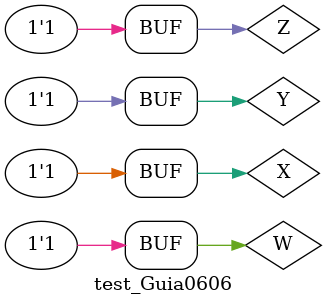
<source format=v>

module Guia0606 (output s, 
                 input  X, 
                 input  Y,
                 input  W,
                 input  Z);
    assign s = (X | W) & (X | ~W) & (~Y | ~W | ~Z);
endmodule 

module test_Guia0606; 
// ------------------------- definir dados 
    reg  X; 
    reg  Y; 
    reg  W;
    reg  Z;
    wire s;  

    Guia0606 modulo06 (s, X, Y, W, Z); 

// ------------------------- parte principal 
    initial 
    begin : main 
        $display("Guia_0606 - Cauã Costa Alves - 855926"); 
        $display("Modulo da questão 6"); 
        $display("   X    Y    W    Z   s"); 
        
        $monitor("%4b %4b %4b %4b %4b", X, Y, W, Z, s); 

        X = 1'b0;  Y = 1'b0;  W = 1'b0;  Z = 1'b0;
        #1      X = 1'b0;  Y = 1'b0;  W = 1'b0;  Z = 1'b1;
        #1      X = 1'b0;  Y = 1'b1;  W = 1'b0;  Z = 1'b0;
        #1      X = 1'b0;  Y = 1'b1;  W = 1'b0;  Z = 1'b1;
        #1      X = 1'b0;  Y = 1'b1;  W = 1'b1;  Z = 1'b0;
        #1      X = 1'b0;  Y = 1'b1;  W = 1'b1;  Z = 1'b1;
        #1      X = 1'b1;  Y = 1'b0;  W = 1'b0;  Z = 1'b0;
        #1      X = 1'b1;  Y = 1'b0;  W = 1'b0;  Z = 1'b1;
        #1      X = 1'b1;  Y = 1'b0;  W = 1'b1;  Z = 1'b0;
        #1      X = 1'b1;  Y = 1'b0;  W = 1'b1;  Z = 1'b1;
        #1      X = 1'b1;  Y = 1'b1;  W = 1'b0;  Z = 1'b0;
        #1      X = 1'b1;  Y = 1'b1;  W = 1'b0;  Z = 1'b1;
        #1      X = 1'b1;  Y = 1'b1;  W = 1'b1;  Z = 1'b0;
        #1      X = 1'b1;  Y = 1'b1;  W = 1'b1;  Z = 1'b1;
    end 

endmodule  

</source>
